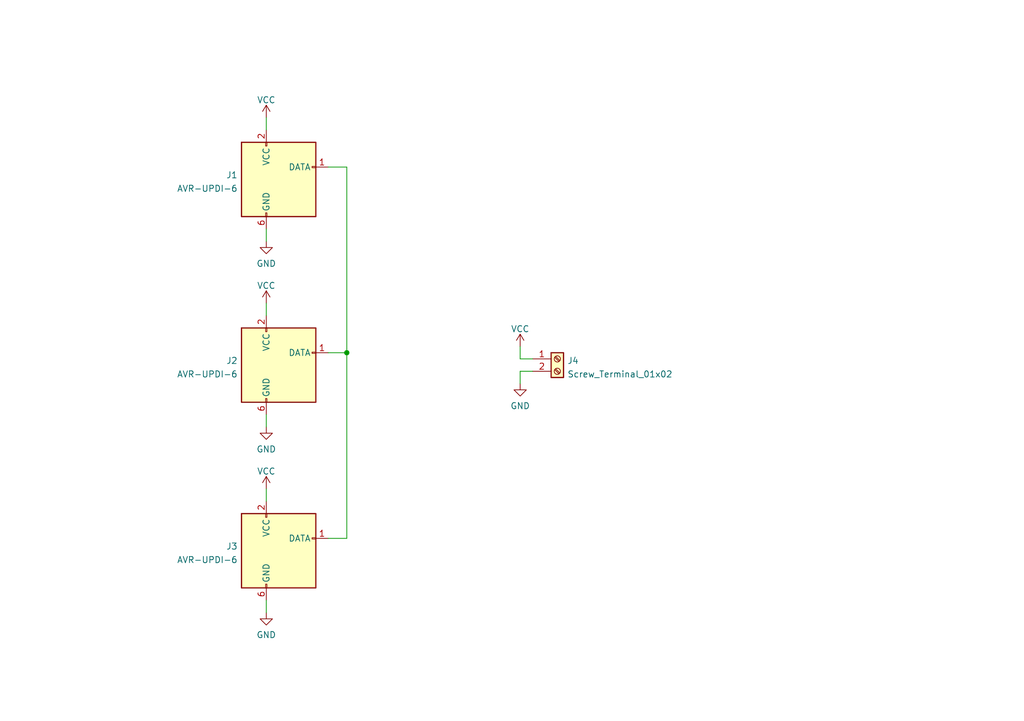
<source format=kicad_sch>
(kicad_sch (version 20211123) (generator eeschema)

  (uuid e63e39d7-6ac0-4ffd-8aa3-1841a4541b55)

  (paper "A5")

  (title_block
    (title "eAVR6-UPDI Adapter")
    (company "Nakamura Labs")
    (comment 1 "https://github.com/kiu/eAVR")
  )

  (lib_symbols
    (symbol "Connector:AVR-UPDI-6" (pin_names (offset 1.016)) (in_bom yes) (on_board yes)
      (property "Reference" "J" (id 0) (at -6.35 8.89 0)
        (effects (font (size 1.27 1.27)) (justify left))
      )
      (property "Value" "AVR-UPDI-6" (id 1) (at 0 8.89 0)
        (effects (font (size 1.27 1.27)) (justify left))
      )
      (property "Footprint" "" (id 2) (at -6.35 -1.27 90)
        (effects (font (size 1.27 1.27)) hide)
      )
      (property "Datasheet" "https://www.microchip.com/webdoc/GUID-9D10622A-5C16-4405-B092-1BDD437B4976/index.html?GUID-9B349315-2842-4189-B88C-49F4E1055D7F" (id 3) (at -32.385 -13.97 0)
        (effects (font (size 1.27 1.27)) hide)
      )
      (property "ki_keywords" "AVR UPDI Connector" (id 4) (at 0 0 0)
        (effects (font (size 1.27 1.27)) hide)
      )
      (property "ki_description" "Atmel 6-pin UPDI connector" (id 5) (at 0 0 0)
        (effects (font (size 1.27 1.27)) hide)
      )
      (property "ki_fp_filters" "IDC?Header*2x03* Pin?Header*2x03*" (id 6) (at 0 0 0)
        (effects (font (size 1.27 1.27)) hide)
      )
      (symbol "AVR-UPDI-6_0_1"
        (rectangle (start -2.667 -6.858) (end -2.413 -7.62)
          (stroke (width 0) (type default) (color 0 0 0 0))
          (fill (type none))
        )
        (rectangle (start -2.667 7.62) (end -2.413 6.858)
          (stroke (width 0) (type default) (color 0 0 0 0))
          (fill (type none))
        )
        (rectangle (start 7.62 2.667) (end 6.858 2.413)
          (stroke (width 0) (type default) (color 0 0 0 0))
          (fill (type none))
        )
        (rectangle (start 7.62 7.62) (end -7.62 -7.62)
          (stroke (width 0.254) (type default) (color 0 0 0 0))
          (fill (type background))
        )
      )
      (symbol "AVR-UPDI-6_1_1"
        (pin passive line (at 10.16 2.54 180) (length 2.54)
          (name "DATA" (effects (font (size 1.27 1.27))))
          (number "1" (effects (font (size 1.27 1.27))))
        )
        (pin passive line (at -2.54 10.16 270) (length 2.54)
          (name "VCC" (effects (font (size 1.27 1.27))))
          (number "2" (effects (font (size 1.27 1.27))))
        )
        (pin no_connect line (at 7.62 0 180) (length 2.54) hide
          (name "NC" (effects (font (size 1.27 1.27))))
          (number "3" (effects (font (size 1.27 1.27))))
        )
        (pin no_connect line (at 7.62 -2.54 180) (length 2.54) hide
          (name "NC" (effects (font (size 1.27 1.27))))
          (number "4" (effects (font (size 1.27 1.27))))
        )
        (pin no_connect line (at 7.62 -5.08 180) (length 2.54) hide
          (name "NC" (effects (font (size 1.27 1.27))))
          (number "5" (effects (font (size 1.27 1.27))))
        )
        (pin passive line (at -2.54 -10.16 90) (length 2.54)
          (name "GND" (effects (font (size 1.27 1.27))))
          (number "6" (effects (font (size 1.27 1.27))))
        )
      )
    )
    (symbol "Connector:Screw_Terminal_01x02" (pin_names (offset 1.016) hide) (in_bom yes) (on_board yes)
      (property "Reference" "J" (id 0) (at 0 2.54 0)
        (effects (font (size 1.27 1.27)))
      )
      (property "Value" "Screw_Terminal_01x02" (id 1) (at 0 -5.08 0)
        (effects (font (size 1.27 1.27)))
      )
      (property "Footprint" "" (id 2) (at 0 0 0)
        (effects (font (size 1.27 1.27)) hide)
      )
      (property "Datasheet" "~" (id 3) (at 0 0 0)
        (effects (font (size 1.27 1.27)) hide)
      )
      (property "ki_keywords" "screw terminal" (id 4) (at 0 0 0)
        (effects (font (size 1.27 1.27)) hide)
      )
      (property "ki_description" "Generic screw terminal, single row, 01x02, script generated (kicad-library-utils/schlib/autogen/connector/)" (id 5) (at 0 0 0)
        (effects (font (size 1.27 1.27)) hide)
      )
      (property "ki_fp_filters" "TerminalBlock*:*" (id 6) (at 0 0 0)
        (effects (font (size 1.27 1.27)) hide)
      )
      (symbol "Screw_Terminal_01x02_1_1"
        (rectangle (start -1.27 1.27) (end 1.27 -3.81)
          (stroke (width 0.254) (type default) (color 0 0 0 0))
          (fill (type background))
        )
        (circle (center 0 -2.54) (radius 0.635)
          (stroke (width 0.1524) (type default) (color 0 0 0 0))
          (fill (type none))
        )
        (polyline
          (pts
            (xy -0.5334 -2.2098)
            (xy 0.3302 -3.048)
          )
          (stroke (width 0.1524) (type default) (color 0 0 0 0))
          (fill (type none))
        )
        (polyline
          (pts
            (xy -0.5334 0.3302)
            (xy 0.3302 -0.508)
          )
          (stroke (width 0.1524) (type default) (color 0 0 0 0))
          (fill (type none))
        )
        (polyline
          (pts
            (xy -0.3556 -2.032)
            (xy 0.508 -2.8702)
          )
          (stroke (width 0.1524) (type default) (color 0 0 0 0))
          (fill (type none))
        )
        (polyline
          (pts
            (xy -0.3556 0.508)
            (xy 0.508 -0.3302)
          )
          (stroke (width 0.1524) (type default) (color 0 0 0 0))
          (fill (type none))
        )
        (circle (center 0 0) (radius 0.635)
          (stroke (width 0.1524) (type default) (color 0 0 0 0))
          (fill (type none))
        )
        (pin passive line (at -5.08 0 0) (length 3.81)
          (name "Pin_1" (effects (font (size 1.27 1.27))))
          (number "1" (effects (font (size 1.27 1.27))))
        )
        (pin passive line (at -5.08 -2.54 0) (length 3.81)
          (name "Pin_2" (effects (font (size 1.27 1.27))))
          (number "2" (effects (font (size 1.27 1.27))))
        )
      )
    )
    (symbol "power:GND" (power) (pin_names (offset 0)) (in_bom yes) (on_board yes)
      (property "Reference" "#PWR" (id 0) (at 0 -6.35 0)
        (effects (font (size 1.27 1.27)) hide)
      )
      (property "Value" "GND" (id 1) (at 0 -3.81 0)
        (effects (font (size 1.27 1.27)))
      )
      (property "Footprint" "" (id 2) (at 0 0 0)
        (effects (font (size 1.27 1.27)) hide)
      )
      (property "Datasheet" "" (id 3) (at 0 0 0)
        (effects (font (size 1.27 1.27)) hide)
      )
      (property "ki_keywords" "power-flag" (id 4) (at 0 0 0)
        (effects (font (size 1.27 1.27)) hide)
      )
      (property "ki_description" "Power symbol creates a global label with name \"GND\" , ground" (id 5) (at 0 0 0)
        (effects (font (size 1.27 1.27)) hide)
      )
      (symbol "GND_0_1"
        (polyline
          (pts
            (xy 0 0)
            (xy 0 -1.27)
            (xy 1.27 -1.27)
            (xy 0 -2.54)
            (xy -1.27 -1.27)
            (xy 0 -1.27)
          )
          (stroke (width 0) (type default) (color 0 0 0 0))
          (fill (type none))
        )
      )
      (symbol "GND_1_1"
        (pin power_in line (at 0 0 270) (length 0) hide
          (name "GND" (effects (font (size 1.27 1.27))))
          (number "1" (effects (font (size 1.27 1.27))))
        )
      )
    )
    (symbol "power:VCC" (power) (pin_names (offset 0)) (in_bom yes) (on_board yes)
      (property "Reference" "#PWR" (id 0) (at 0 -3.81 0)
        (effects (font (size 1.27 1.27)) hide)
      )
      (property "Value" "VCC" (id 1) (at 0 3.81 0)
        (effects (font (size 1.27 1.27)))
      )
      (property "Footprint" "" (id 2) (at 0 0 0)
        (effects (font (size 1.27 1.27)) hide)
      )
      (property "Datasheet" "" (id 3) (at 0 0 0)
        (effects (font (size 1.27 1.27)) hide)
      )
      (property "ki_keywords" "power-flag" (id 4) (at 0 0 0)
        (effects (font (size 1.27 1.27)) hide)
      )
      (property "ki_description" "Power symbol creates a global label with name \"VCC\"" (id 5) (at 0 0 0)
        (effects (font (size 1.27 1.27)) hide)
      )
      (symbol "VCC_0_1"
        (polyline
          (pts
            (xy -0.762 1.27)
            (xy 0 2.54)
          )
          (stroke (width 0) (type default) (color 0 0 0 0))
          (fill (type none))
        )
        (polyline
          (pts
            (xy 0 0)
            (xy 0 2.54)
          )
          (stroke (width 0) (type default) (color 0 0 0 0))
          (fill (type none))
        )
        (polyline
          (pts
            (xy 0 2.54)
            (xy 0.762 1.27)
          )
          (stroke (width 0) (type default) (color 0 0 0 0))
          (fill (type none))
        )
      )
      (symbol "VCC_1_1"
        (pin power_in line (at 0 0 90) (length 0) hide
          (name "VCC" (effects (font (size 1.27 1.27))))
          (number "1" (effects (font (size 1.27 1.27))))
        )
      )
    )
  )

  (junction (at 71.12 72.39) (diameter 0) (color 0 0 0 0)
    (uuid 6caaed6d-b73b-4404-b1b1-5ee512c8e33c)
  )

  (wire (pts (xy 67.31 34.29) (xy 71.12 34.29))
    (stroke (width 0) (type default) (color 0 0 0 0))
    (uuid 0797d552-7219-411f-be4b-5f1fb30a1288)
  )
  (wire (pts (xy 67.31 110.49) (xy 71.12 110.49))
    (stroke (width 0) (type default) (color 0 0 0 0))
    (uuid 1875ed27-8f54-4440-af1f-5c44fde2f421)
  )
  (wire (pts (xy 106.68 76.2) (xy 106.68 78.74))
    (stroke (width 0) (type default) (color 0 0 0 0))
    (uuid 2ef30c41-c60c-44e1-9efd-b5fee6b5953b)
  )
  (wire (pts (xy 71.12 110.49) (xy 71.12 72.39))
    (stroke (width 0) (type default) (color 0 0 0 0))
    (uuid 33f8c7ce-dd90-4899-ae0a-390dde545011)
  )
  (wire (pts (xy 106.68 71.12) (xy 106.68 73.66))
    (stroke (width 0) (type default) (color 0 0 0 0))
    (uuid 57b15af2-ab7c-4bfa-914a-19bfe5e15fd1)
  )
  (wire (pts (xy 54.61 123.19) (xy 54.61 125.73))
    (stroke (width 0) (type default) (color 0 0 0 0))
    (uuid 5d6a69a8-0bd0-4b11-9901-f99098549864)
  )
  (wire (pts (xy 106.68 73.66) (xy 109.22 73.66))
    (stroke (width 0) (type default) (color 0 0 0 0))
    (uuid 760f49b2-3b1f-4100-9d74-d73c84ac5cd9)
  )
  (wire (pts (xy 54.61 100.33) (xy 54.61 102.87))
    (stroke (width 0) (type default) (color 0 0 0 0))
    (uuid 7a59773b-4a81-409b-94e9-4f305d0aa7b8)
  )
  (wire (pts (xy 109.22 76.2) (xy 106.68 76.2))
    (stroke (width 0) (type default) (color 0 0 0 0))
    (uuid 87255772-8253-41d2-b95e-270e99dbf334)
  )
  (wire (pts (xy 54.61 62.23) (xy 54.61 64.77))
    (stroke (width 0) (type default) (color 0 0 0 0))
    (uuid 87b2aade-f2d0-4e29-88c8-9dd6900be5f0)
  )
  (wire (pts (xy 54.61 46.99) (xy 54.61 49.53))
    (stroke (width 0) (type default) (color 0 0 0 0))
    (uuid 9a919206-81fc-4760-9e40-87d3fc2dfbeb)
  )
  (wire (pts (xy 54.61 24.13) (xy 54.61 26.67))
    (stroke (width 0) (type default) (color 0 0 0 0))
    (uuid a8f675a1-594b-4635-aef0-0bdd5268274d)
  )
  (wire (pts (xy 54.61 85.09) (xy 54.61 87.63))
    (stroke (width 0) (type default) (color 0 0 0 0))
    (uuid c2b01780-4a57-48e7-8f31-6e3eb4755128)
  )
  (wire (pts (xy 71.12 34.29) (xy 71.12 72.39))
    (stroke (width 0) (type default) (color 0 0 0 0))
    (uuid e9629a79-543a-46d6-bb7e-5ba178b352c7)
  )
  (wire (pts (xy 71.12 72.39) (xy 67.31 72.39))
    (stroke (width 0) (type default) (color 0 0 0 0))
    (uuid ef0b3f35-4d6c-4bca-b32f-c092a2b1b46a)
  )

  (symbol (lib_id "Connector:AVR-UPDI-6") (at 57.15 74.93 0) (unit 1)
    (in_bom yes) (on_board yes) (fields_autoplaced)
    (uuid 226e6848-5ca6-48e1-bb24-ee9637a3e720)
    (property "Reference" "J2" (id 0) (at 48.7681 74.0215 0)
      (effects (font (size 1.27 1.27)) (justify right))
    )
    (property "Value" "AVR-UPDI-6" (id 1) (at 48.7681 76.7966 0)
      (effects (font (size 1.27 1.27)) (justify right))
    )
    (property "Footprint" "eAVR:eAVR6-UPDI-EdgeSocket_2x03_P2.54mm_Vertical" (id 2) (at 50.8 76.2 90)
      (effects (font (size 1.27 1.27)) hide)
    )
    (property "Datasheet" "https://www.microchip.com/webdoc/GUID-9D10622A-5C16-4405-B092-1BDD437B4976/index.html?GUID-9B349315-2842-4189-B88C-49F4E1055D7F" (id 3) (at 24.765 88.9 0)
      (effects (font (size 1.27 1.27)) hide)
    )
    (pin "1" (uuid 45580b2c-f853-4bae-b48d-8b2b7a8c9649))
    (pin "2" (uuid 26cd24ad-dc7e-4f22-8cf0-d09179b0d265))
    (pin "3" (uuid 3f473a8d-2328-4446-9e36-aaf72c0dfceb))
    (pin "4" (uuid fd41e0a0-0c45-4beb-acb0-15535c603bb5))
    (pin "5" (uuid d9486185-1c1d-4547-bd7d-6cdded6e4187))
    (pin "6" (uuid 8fe07dfe-267e-4da8-ab2a-a7d656544a34))
  )

  (symbol (lib_id "power:VCC") (at 54.61 24.13 0) (unit 1)
    (in_bom yes) (on_board yes) (fields_autoplaced)
    (uuid 2ff0bf99-1426-46ec-8efc-5ab99a8a42d8)
    (property "Reference" "#PWR01" (id 0) (at 54.61 27.94 0)
      (effects (font (size 1.27 1.27)) hide)
    )
    (property "Value" "VCC" (id 1) (at 54.61 20.5255 0))
    (property "Footprint" "" (id 2) (at 54.61 24.13 0)
      (effects (font (size 1.27 1.27)) hide)
    )
    (property "Datasheet" "" (id 3) (at 54.61 24.13 0)
      (effects (font (size 1.27 1.27)) hide)
    )
    (pin "1" (uuid ef0bd067-a5fb-4ed1-9455-9ea307478a9f))
  )

  (symbol (lib_id "power:GND") (at 54.61 87.63 0) (unit 1)
    (in_bom yes) (on_board yes) (fields_autoplaced)
    (uuid 3354bec1-802c-4a25-b839-2ac9aef120d4)
    (property "Reference" "#PWR04" (id 0) (at 54.61 93.98 0)
      (effects (font (size 1.27 1.27)) hide)
    )
    (property "Value" "GND" (id 1) (at 54.61 92.1925 0))
    (property "Footprint" "" (id 2) (at 54.61 87.63 0)
      (effects (font (size 1.27 1.27)) hide)
    )
    (property "Datasheet" "" (id 3) (at 54.61 87.63 0)
      (effects (font (size 1.27 1.27)) hide)
    )
    (pin "1" (uuid 6a657b61-f1de-4c00-bf60-618db3beed02))
  )

  (symbol (lib_id "power:VCC") (at 106.68 71.12 0) (unit 1)
    (in_bom yes) (on_board yes) (fields_autoplaced)
    (uuid 494d55a2-ad9a-4bf0-bbf7-1a7cb99de5df)
    (property "Reference" "#PWR07" (id 0) (at 106.68 74.93 0)
      (effects (font (size 1.27 1.27)) hide)
    )
    (property "Value" "VCC" (id 1) (at 106.68 67.5155 0))
    (property "Footprint" "" (id 2) (at 106.68 71.12 0)
      (effects (font (size 1.27 1.27)) hide)
    )
    (property "Datasheet" "" (id 3) (at 106.68 71.12 0)
      (effects (font (size 1.27 1.27)) hide)
    )
    (pin "1" (uuid 2d53adfe-0908-4806-be0d-b2a8f118289f))
  )

  (symbol (lib_id "power:GND") (at 54.61 49.53 0) (unit 1)
    (in_bom yes) (on_board yes) (fields_autoplaced)
    (uuid 63291042-7f6e-491c-9e09-1965a29f9f6e)
    (property "Reference" "#PWR02" (id 0) (at 54.61 55.88 0)
      (effects (font (size 1.27 1.27)) hide)
    )
    (property "Value" "GND" (id 1) (at 54.61 54.0925 0))
    (property "Footprint" "" (id 2) (at 54.61 49.53 0)
      (effects (font (size 1.27 1.27)) hide)
    )
    (property "Datasheet" "" (id 3) (at 54.61 49.53 0)
      (effects (font (size 1.27 1.27)) hide)
    )
    (pin "1" (uuid 45ac4c2c-b129-4b0d-9e6d-a853dfd93ea3))
  )

  (symbol (lib_id "power:VCC") (at 54.61 62.23 0) (unit 1)
    (in_bom yes) (on_board yes) (fields_autoplaced)
    (uuid 6a9c6cf9-1407-48e6-bfa8-f271899b5f1b)
    (property "Reference" "#PWR03" (id 0) (at 54.61 66.04 0)
      (effects (font (size 1.27 1.27)) hide)
    )
    (property "Value" "VCC" (id 1) (at 54.61 58.6255 0))
    (property "Footprint" "" (id 2) (at 54.61 62.23 0)
      (effects (font (size 1.27 1.27)) hide)
    )
    (property "Datasheet" "" (id 3) (at 54.61 62.23 0)
      (effects (font (size 1.27 1.27)) hide)
    )
    (pin "1" (uuid f69805ab-d7cb-423c-8a4c-177a31d20c13))
  )

  (symbol (lib_id "Connector:AVR-UPDI-6") (at 57.15 36.83 0) (unit 1)
    (in_bom yes) (on_board yes) (fields_autoplaced)
    (uuid a86cc026-cc17-4a81-85bf-4c26f61b9f32)
    (property "Reference" "J1" (id 0) (at 48.7681 35.9215 0)
      (effects (font (size 1.27 1.27)) (justify right))
    )
    (property "Value" "AVR-UPDI-6" (id 1) (at 48.7681 38.6966 0)
      (effects (font (size 1.27 1.27)) (justify right))
    )
    (property "Footprint" "Connector_IDC:IDC-Header_2x03_P2.54mm_Vertical" (id 2) (at 50.8 38.1 90)
      (effects (font (size 1.27 1.27)) hide)
    )
    (property "Datasheet" "https://www.microchip.com/webdoc/GUID-9D10622A-5C16-4405-B092-1BDD437B4976/index.html?GUID-9B349315-2842-4189-B88C-49F4E1055D7F" (id 3) (at 24.765 50.8 0)
      (effects (font (size 1.27 1.27)) hide)
    )
    (pin "1" (uuid de588ed9-a530-46f0-aa03-e0307ff72286))
    (pin "2" (uuid 27e3c71f-5a63-4710-8adf-b600b805ce02))
    (pin "3" (uuid f8e92727-5789-4ef6-9dc3-be888ad72e45))
    (pin "4" (uuid 4be2b882-65e4-4552-9482-9d622928de2f))
    (pin "5" (uuid ce3f834f-337d-4957-8d02-e900d7024614))
    (pin "6" (uuid 8fbab3d0-cb5e-47c7-8764-6fa3c0e4e5f7))
  )

  (symbol (lib_id "Connector:AVR-UPDI-6") (at 57.15 113.03 0) (unit 1)
    (in_bom yes) (on_board yes) (fields_autoplaced)
    (uuid bb1b4a6e-45f2-4e66-ba32-3ff316a3479b)
    (property "Reference" "J3" (id 0) (at 48.7681 112.1215 0)
      (effects (font (size 1.27 1.27)) (justify right))
    )
    (property "Value" "AVR-UPDI-6" (id 1) (at 48.7681 114.8966 0)
      (effects (font (size 1.27 1.27)) (justify right))
    )
    (property "Footprint" "eAVR:eAVR6-UPDI-EdgeSocket_2x03_P2.54mm_Vertical" (id 2) (at 50.8 114.3 90)
      (effects (font (size 1.27 1.27)) hide)
    )
    (property "Datasheet" "https://www.microchip.com/webdoc/GUID-9D10622A-5C16-4405-B092-1BDD437B4976/index.html?GUID-9B349315-2842-4189-B88C-49F4E1055D7F" (id 3) (at 24.765 127 0)
      (effects (font (size 1.27 1.27)) hide)
    )
    (pin "1" (uuid babea015-3fe7-46cd-aaa7-3404de6c3a7a))
    (pin "2" (uuid 6113579d-31be-4355-a9fe-a8360d0b05d8))
    (pin "3" (uuid ffe1efc0-4e7c-48ce-a91f-49b6fd31997b))
    (pin "4" (uuid a1511268-85a7-4e3f-80bb-303e6d2919e8))
    (pin "5" (uuid 51f88087-859c-4bc7-a7f1-d8cac8d2db4e))
    (pin "6" (uuid 2ecc83c5-7c71-4e10-83c8-795f7b03e775))
  )

  (symbol (lib_id "power:VCC") (at 54.61 100.33 0) (unit 1)
    (in_bom yes) (on_board yes) (fields_autoplaced)
    (uuid cd7499e7-92c2-433d-9e15-c02569968080)
    (property "Reference" "#PWR05" (id 0) (at 54.61 104.14 0)
      (effects (font (size 1.27 1.27)) hide)
    )
    (property "Value" "VCC" (id 1) (at 54.61 96.7255 0))
    (property "Footprint" "" (id 2) (at 54.61 100.33 0)
      (effects (font (size 1.27 1.27)) hide)
    )
    (property "Datasheet" "" (id 3) (at 54.61 100.33 0)
      (effects (font (size 1.27 1.27)) hide)
    )
    (pin "1" (uuid 5c1f7006-ea07-4030-a81b-49949acac72b))
  )

  (symbol (lib_id "power:GND") (at 54.61 125.73 0) (unit 1)
    (in_bom yes) (on_board yes) (fields_autoplaced)
    (uuid dcf5633f-3221-4a81-a601-2e0828732ed2)
    (property "Reference" "#PWR06" (id 0) (at 54.61 132.08 0)
      (effects (font (size 1.27 1.27)) hide)
    )
    (property "Value" "GND" (id 1) (at 54.61 130.2925 0))
    (property "Footprint" "" (id 2) (at 54.61 125.73 0)
      (effects (font (size 1.27 1.27)) hide)
    )
    (property "Datasheet" "" (id 3) (at 54.61 125.73 0)
      (effects (font (size 1.27 1.27)) hide)
    )
    (pin "1" (uuid 5dbcf305-ff86-4527-8d7c-05471a5d713f))
  )

  (symbol (lib_id "Connector:Screw_Terminal_01x02") (at 114.3 73.66 0) (unit 1)
    (in_bom yes) (on_board yes) (fields_autoplaced)
    (uuid dfa5cda6-847a-4227-96f2-e496a862f11b)
    (property "Reference" "J4" (id 0) (at 116.332 74.0215 0)
      (effects (font (size 1.27 1.27)) (justify left))
    )
    (property "Value" "Screw_Terminal_01x02" (id 1) (at 116.332 76.7966 0)
      (effects (font (size 1.27 1.27)) (justify left))
    )
    (property "Footprint" "TerminalBlock:TerminalBlock_bornier-2_P5.08mm" (id 2) (at 114.3 73.66 0)
      (effects (font (size 1.27 1.27)) hide)
    )
    (property "Datasheet" "~" (id 3) (at 114.3 73.66 0)
      (effects (font (size 1.27 1.27)) hide)
    )
    (pin "1" (uuid 4d3bbe28-4dea-4c44-9638-c90a5e4e0201))
    (pin "2" (uuid 9b0d1423-5d98-486e-89d3-5c48e864e7f2))
  )

  (symbol (lib_id "power:GND") (at 106.68 78.74 0) (unit 1)
    (in_bom yes) (on_board yes) (fields_autoplaced)
    (uuid f6aa633b-aef8-450c-a675-7a9541ec9f83)
    (property "Reference" "#PWR08" (id 0) (at 106.68 85.09 0)
      (effects (font (size 1.27 1.27)) hide)
    )
    (property "Value" "GND" (id 1) (at 106.68 83.3025 0))
    (property "Footprint" "" (id 2) (at 106.68 78.74 0)
      (effects (font (size 1.27 1.27)) hide)
    )
    (property "Datasheet" "" (id 3) (at 106.68 78.74 0)
      (effects (font (size 1.27 1.27)) hide)
    )
    (pin "1" (uuid 3ed9a403-ef9d-4586-b1ac-96680f7ee2d6))
  )

  (sheet_instances
    (path "/" (page "1"))
  )

  (symbol_instances
    (path "/2ff0bf99-1426-46ec-8efc-5ab99a8a42d8"
      (reference "#PWR01") (unit 1) (value "VCC") (footprint "")
    )
    (path "/63291042-7f6e-491c-9e09-1965a29f9f6e"
      (reference "#PWR02") (unit 1) (value "GND") (footprint "")
    )
    (path "/6a9c6cf9-1407-48e6-bfa8-f271899b5f1b"
      (reference "#PWR03") (unit 1) (value "VCC") (footprint "")
    )
    (path "/3354bec1-802c-4a25-b839-2ac9aef120d4"
      (reference "#PWR04") (unit 1) (value "GND") (footprint "")
    )
    (path "/cd7499e7-92c2-433d-9e15-c02569968080"
      (reference "#PWR05") (unit 1) (value "VCC") (footprint "")
    )
    (path "/dcf5633f-3221-4a81-a601-2e0828732ed2"
      (reference "#PWR06") (unit 1) (value "GND") (footprint "")
    )
    (path "/494d55a2-ad9a-4bf0-bbf7-1a7cb99de5df"
      (reference "#PWR07") (unit 1) (value "VCC") (footprint "")
    )
    (path "/f6aa633b-aef8-450c-a675-7a9541ec9f83"
      (reference "#PWR08") (unit 1) (value "GND") (footprint "")
    )
    (path "/a86cc026-cc17-4a81-85bf-4c26f61b9f32"
      (reference "J1") (unit 1) (value "AVR-UPDI-6") (footprint "Connector_IDC:IDC-Header_2x03_P2.54mm_Vertical")
    )
    (path "/226e6848-5ca6-48e1-bb24-ee9637a3e720"
      (reference "J2") (unit 1) (value "AVR-UPDI-6") (footprint "eAVR:eAVR6-UPDI-EdgeSocket_2x03_P2.54mm_Vertical")
    )
    (path "/bb1b4a6e-45f2-4e66-ba32-3ff316a3479b"
      (reference "J3") (unit 1) (value "AVR-UPDI-6") (footprint "eAVR:eAVR6-UPDI-EdgeSocket_2x03_P2.54mm_Vertical")
    )
    (path "/dfa5cda6-847a-4227-96f2-e496a862f11b"
      (reference "J4") (unit 1) (value "Screw_Terminal_01x02") (footprint "TerminalBlock:TerminalBlock_bornier-2_P5.08mm")
    )
  )
)

</source>
